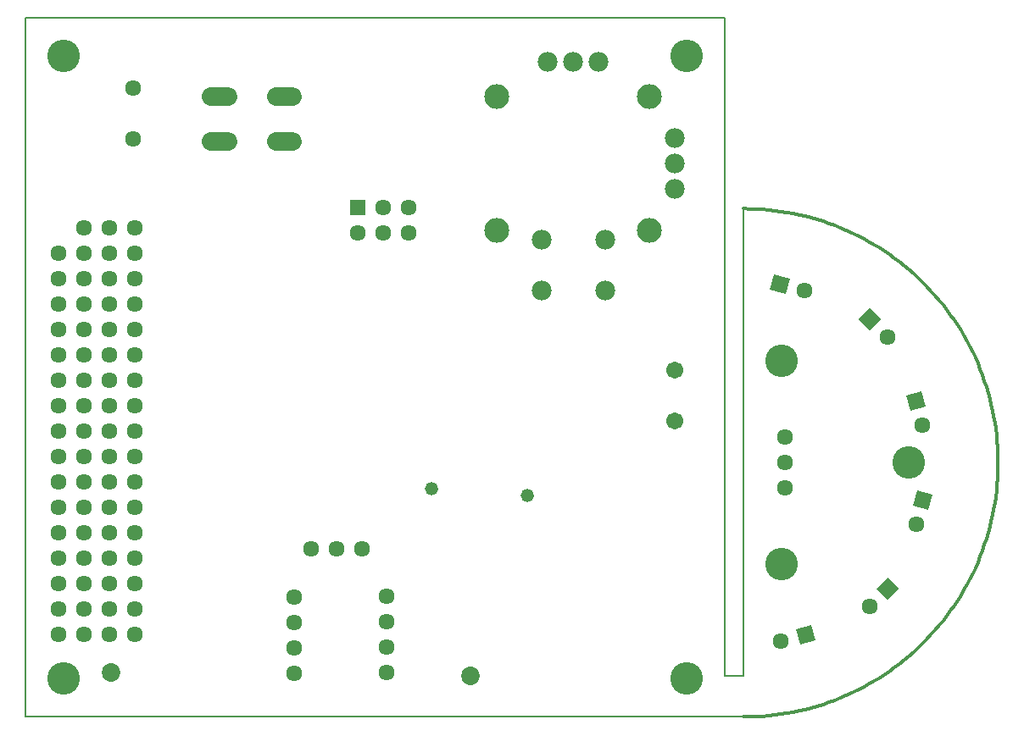
<source format=gbs>
G75*
%MOIN*%
%OFA0B0*%
%FSLAX24Y24*%
%IPPOS*%
%LPD*%
%AMOC8*
5,1,8,0,0,1.08239X$1,22.5*
%
%ADD10C,0.0120*%
%ADD11C,0.0080*%
%ADD12R,0.0635X0.0635*%
%ADD13C,0.0635*%
%ADD14R,0.0635X0.0635*%
%ADD15C,0.1280*%
%ADD16C,0.0674*%
%ADD17C,0.0980*%
%ADD18C,0.0780*%
%ADD19C,0.0720*%
%ADD20C,0.0520*%
%ADD21C,0.0730*%
D10*
X028400Y000974D02*
X028644Y000977D01*
X028887Y000986D01*
X029130Y001001D01*
X029373Y001021D01*
X029615Y001048D01*
X029856Y001081D01*
X030096Y001119D01*
X030336Y001163D01*
X030574Y001213D01*
X030811Y001269D01*
X031047Y001331D01*
X031281Y001398D01*
X031513Y001471D01*
X031744Y001550D01*
X031972Y001634D01*
X032199Y001724D01*
X032423Y001819D01*
X032645Y001920D01*
X032864Y002026D01*
X033080Y002137D01*
X033294Y002254D01*
X033505Y002375D01*
X033713Y002502D01*
X033918Y002634D01*
X034119Y002771D01*
X034317Y002913D01*
X034512Y003059D01*
X034703Y003210D01*
X034890Y003366D01*
X035073Y003526D01*
X035253Y003691D01*
X035428Y003860D01*
X035599Y004033D01*
X035766Y004211D01*
X035928Y004392D01*
X036086Y004577D01*
X036240Y004766D01*
X036389Y004959D01*
X036533Y005155D01*
X036672Y005355D01*
X036807Y005558D01*
X036936Y005765D01*
X037060Y005974D01*
X037179Y006186D01*
X037293Y006402D01*
X037402Y006619D01*
X037505Y006840D01*
X037603Y007063D01*
X037696Y007288D01*
X037783Y007516D01*
X037864Y007745D01*
X037940Y007977D01*
X038010Y008210D01*
X038075Y008445D01*
X038134Y008681D01*
X038187Y008919D01*
X038234Y009158D01*
X038275Y009398D01*
X038310Y009639D01*
X038340Y009880D01*
X038364Y010123D01*
X038381Y010366D01*
X038393Y010609D01*
X038399Y010852D01*
X038399Y011096D01*
X038393Y011339D01*
X038381Y011582D01*
X038364Y011825D01*
X038340Y012068D01*
X038310Y012309D01*
X038275Y012550D01*
X038234Y012790D01*
X038187Y013029D01*
X038134Y013267D01*
X038075Y013503D01*
X038010Y013738D01*
X037940Y013971D01*
X037864Y014203D01*
X037783Y014432D01*
X037696Y014660D01*
X037603Y014885D01*
X037505Y015108D01*
X037402Y015329D01*
X037293Y015546D01*
X037179Y015762D01*
X037060Y015974D01*
X036936Y016183D01*
X036807Y016390D01*
X036672Y016593D01*
X036533Y016793D01*
X036389Y016989D01*
X036240Y017182D01*
X036086Y017371D01*
X035928Y017556D01*
X035766Y017737D01*
X035599Y017915D01*
X035428Y018088D01*
X035253Y018257D01*
X035073Y018422D01*
X034890Y018582D01*
X034703Y018738D01*
X034512Y018889D01*
X034317Y019035D01*
X034119Y019177D01*
X033918Y019314D01*
X033713Y019446D01*
X033505Y019573D01*
X033294Y019694D01*
X033080Y019811D01*
X032864Y019922D01*
X032645Y020028D01*
X032423Y020129D01*
X032199Y020224D01*
X031972Y020314D01*
X031744Y020398D01*
X031513Y020477D01*
X031281Y020550D01*
X031047Y020617D01*
X030811Y020679D01*
X030574Y020735D01*
X030336Y020785D01*
X030096Y020829D01*
X029856Y020867D01*
X029615Y020900D01*
X029373Y020927D01*
X029130Y020947D01*
X028887Y020962D01*
X028644Y020971D01*
X028400Y020974D01*
D11*
X028400Y000974D02*
X000150Y000974D01*
X000150Y028474D01*
X027650Y028474D01*
X027650Y002574D01*
X028400Y002574D01*
X028400Y020974D01*
D12*
X013213Y021037D03*
D13*
X014213Y021037D03*
X015213Y021037D03*
X015213Y020037D03*
X014213Y020037D03*
X013213Y020037D03*
X004450Y020224D03*
X004450Y019224D03*
X004450Y018224D03*
X003450Y018224D03*
X002450Y018224D03*
X001450Y018224D03*
X001450Y019224D03*
X002450Y019224D03*
X003450Y019224D03*
X003450Y020224D03*
X002450Y020224D03*
X002450Y017224D03*
X003450Y017224D03*
X003450Y016224D03*
X002450Y016224D03*
X002450Y015224D03*
X003450Y015224D03*
X003450Y014224D03*
X002450Y014224D03*
X002450Y013224D03*
X003450Y013224D03*
X003450Y012224D03*
X002450Y012224D03*
X002450Y011224D03*
X003450Y011224D03*
X003450Y010224D03*
X002450Y010224D03*
X002450Y009224D03*
X003450Y009224D03*
X003450Y008224D03*
X002450Y008224D03*
X002450Y007224D03*
X003450Y007224D03*
X003450Y006224D03*
X002450Y006224D03*
X002450Y005224D03*
X003450Y005224D03*
X003450Y004224D03*
X002450Y004224D03*
X001450Y004224D03*
X001450Y005224D03*
X001450Y006224D03*
X001450Y007224D03*
X001450Y008224D03*
X001450Y009224D03*
X001450Y010224D03*
X001450Y011224D03*
X001450Y012224D03*
X001450Y013224D03*
X001450Y014224D03*
X001450Y015224D03*
X001450Y016224D03*
X001450Y017224D03*
X004450Y017224D03*
X004450Y016224D03*
X004450Y015224D03*
X004450Y014224D03*
X004450Y013224D03*
X004450Y012224D03*
X004450Y011224D03*
X004450Y010224D03*
X004450Y009224D03*
X004450Y008224D03*
X004450Y007224D03*
X004450Y006224D03*
X004450Y005224D03*
X004450Y004224D03*
X010725Y004699D03*
X010725Y003699D03*
X010725Y002699D03*
X010725Y005699D03*
X011400Y007599D03*
X012400Y007599D03*
X013400Y007599D03*
X014350Y005724D03*
X014350Y004724D03*
X014350Y003724D03*
X014350Y002724D03*
X029867Y003945D03*
X033349Y005318D03*
X035171Y008541D03*
X035429Y012441D03*
X034056Y015923D03*
X030783Y017745D03*
X030025Y011974D03*
X030025Y010974D03*
X030025Y009974D03*
X004375Y023712D03*
X004375Y025712D03*
D14*
G36*
X030041Y017616D02*
X029429Y017780D01*
X029593Y018392D01*
X030205Y018228D01*
X030041Y017616D01*
G37*
G36*
X033349Y016182D02*
X032901Y016630D01*
X033349Y017078D01*
X033797Y016630D01*
X033349Y016182D01*
G37*
G36*
X034947Y013019D02*
X034783Y013631D01*
X035395Y013795D01*
X035559Y013183D01*
X034947Y013019D01*
G37*
G36*
X035041Y009283D02*
X035205Y009895D01*
X035817Y009731D01*
X035653Y009119D01*
X035041Y009283D01*
G37*
G36*
X033608Y006025D02*
X034056Y006473D01*
X034504Y006025D01*
X034056Y005577D01*
X033608Y006025D01*
G37*
G36*
X030445Y004428D02*
X031057Y004592D01*
X031221Y003980D01*
X030609Y003816D01*
X030445Y004428D01*
G37*
D15*
X029900Y006974D03*
X034900Y010974D03*
X029900Y014974D03*
X026150Y026974D03*
X001650Y026974D03*
X001650Y002474D03*
X026150Y002474D03*
D16*
X025700Y012640D03*
X025700Y014608D03*
D17*
X024688Y020124D03*
X018688Y020124D03*
X018688Y025374D03*
X024688Y025374D03*
D18*
X025688Y023749D03*
X025688Y022749D03*
X025688Y021749D03*
X022938Y019749D03*
X022938Y017749D03*
X020438Y017749D03*
X020438Y019749D03*
X020688Y026749D03*
X021688Y026749D03*
X022688Y026749D03*
D19*
X010663Y025389D02*
X010023Y025389D01*
X010023Y023609D02*
X010663Y023609D01*
X008103Y023609D02*
X007463Y023609D01*
X007463Y025389D02*
X008103Y025389D01*
D20*
X016125Y009962D03*
X019875Y009687D03*
D21*
X017650Y002599D03*
X003525Y002724D03*
M02*

</source>
